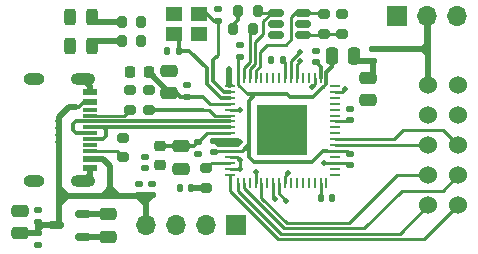
<source format=gbr>
%TF.GenerationSoftware,KiCad,Pcbnew,7.0.7*%
%TF.CreationDate,2024-02-11T21:42:05-08:00*%
%TF.ProjectId,PGL_FTDI_Prog,50474c5f-4654-4444-995f-50726f672e6b,rev?*%
%TF.SameCoordinates,Original*%
%TF.FileFunction,Copper,L1,Top*%
%TF.FilePolarity,Positive*%
%FSLAX46Y46*%
G04 Gerber Fmt 4.6, Leading zero omitted, Abs format (unit mm)*
G04 Created by KiCad (PCBNEW 7.0.7) date 2024-02-11 21:42:05*
%MOMM*%
%LPD*%
G01*
G04 APERTURE LIST*
G04 Aperture macros list*
%AMRoundRect*
0 Rectangle with rounded corners*
0 $1 Rounding radius*
0 $2 $3 $4 $5 $6 $7 $8 $9 X,Y pos of 4 corners*
0 Add a 4 corners polygon primitive as box body*
4,1,4,$2,$3,$4,$5,$6,$7,$8,$9,$2,$3,0*
0 Add four circle primitives for the rounded corners*
1,1,$1+$1,$2,$3*
1,1,$1+$1,$4,$5*
1,1,$1+$1,$6,$7*
1,1,$1+$1,$8,$9*
0 Add four rect primitives between the rounded corners*
20,1,$1+$1,$2,$3,$4,$5,0*
20,1,$1+$1,$4,$5,$6,$7,0*
20,1,$1+$1,$6,$7,$8,$9,0*
20,1,$1+$1,$8,$9,$2,$3,0*%
G04 Aperture macros list end*
%TA.AperFunction,SMDPad,CuDef*%
%ADD10RoundRect,0.140000X-0.170000X0.140000X-0.170000X-0.140000X0.170000X-0.140000X0.170000X0.140000X0*%
%TD*%
%TA.AperFunction,SMDPad,CuDef*%
%ADD11RoundRect,0.250000X-0.475000X0.250000X-0.475000X-0.250000X0.475000X-0.250000X0.475000X0.250000X0*%
%TD*%
%TA.AperFunction,SMDPad,CuDef*%
%ADD12RoundRect,0.140000X0.170000X-0.140000X0.170000X0.140000X-0.170000X0.140000X-0.170000X-0.140000X0*%
%TD*%
%TA.AperFunction,SMDPad,CuDef*%
%ADD13RoundRect,0.243750X0.243750X0.456250X-0.243750X0.456250X-0.243750X-0.456250X0.243750X-0.456250X0*%
%TD*%
%TA.AperFunction,SMDPad,CuDef*%
%ADD14RoundRect,0.200000X-0.275000X0.200000X-0.275000X-0.200000X0.275000X-0.200000X0.275000X0.200000X0*%
%TD*%
%TA.AperFunction,SMDPad,CuDef*%
%ADD15RoundRect,0.062500X-0.337500X-0.062500X0.337500X-0.062500X0.337500X0.062500X-0.337500X0.062500X0*%
%TD*%
%TA.AperFunction,SMDPad,CuDef*%
%ADD16RoundRect,0.062500X-0.062500X-0.337500X0.062500X-0.337500X0.062500X0.337500X-0.062500X0.337500X0*%
%TD*%
%TA.AperFunction,SMDPad,CuDef*%
%ADD17R,4.350000X4.350000*%
%TD*%
%TA.AperFunction,SMDPad,CuDef*%
%ADD18RoundRect,0.200000X0.275000X-0.200000X0.275000X0.200000X-0.275000X0.200000X-0.275000X-0.200000X0*%
%TD*%
%TA.AperFunction,SMDPad,CuDef*%
%ADD19RoundRect,0.200000X0.200000X0.275000X-0.200000X0.275000X-0.200000X-0.275000X0.200000X-0.275000X0*%
%TD*%
%TA.AperFunction,SMDPad,CuDef*%
%ADD20RoundRect,0.218750X0.218750X0.256250X-0.218750X0.256250X-0.218750X-0.256250X0.218750X-0.256250X0*%
%TD*%
%TA.AperFunction,SMDPad,CuDef*%
%ADD21RoundRect,0.200000X-0.200000X-0.275000X0.200000X-0.275000X0.200000X0.275000X-0.200000X0.275000X0*%
%TD*%
%TA.AperFunction,SMDPad,CuDef*%
%ADD22RoundRect,0.140000X-0.140000X-0.170000X0.140000X-0.170000X0.140000X0.170000X-0.140000X0.170000X0*%
%TD*%
%TA.AperFunction,SMDPad,CuDef*%
%ADD23RoundRect,0.140000X0.140000X0.170000X-0.140000X0.170000X-0.140000X-0.170000X0.140000X-0.170000X0*%
%TD*%
%TA.AperFunction,ComponentPad*%
%ADD24C,1.524000*%
%TD*%
%TA.AperFunction,ComponentPad*%
%ADD25R,1.700000X1.700000*%
%TD*%
%TA.AperFunction,ComponentPad*%
%ADD26O,1.700000X1.700000*%
%TD*%
%TA.AperFunction,SMDPad,CuDef*%
%ADD27RoundRect,0.250000X0.475000X-0.250000X0.475000X0.250000X-0.475000X0.250000X-0.475000X-0.250000X0*%
%TD*%
%TA.AperFunction,SMDPad,CuDef*%
%ADD28R,1.400000X1.200000*%
%TD*%
%TA.AperFunction,SMDPad,CuDef*%
%ADD29RoundRect,0.218750X-0.256250X0.218750X-0.256250X-0.218750X0.256250X-0.218750X0.256250X0.218750X0*%
%TD*%
%TA.AperFunction,SMDPad,CuDef*%
%ADD30RoundRect,0.250000X-0.250000X-0.475000X0.250000X-0.475000X0.250000X0.475000X-0.250000X0.475000X0*%
%TD*%
%TA.AperFunction,SMDPad,CuDef*%
%ADD31RoundRect,0.150000X0.512500X0.150000X-0.512500X0.150000X-0.512500X-0.150000X0.512500X-0.150000X0*%
%TD*%
%TA.AperFunction,SMDPad,CuDef*%
%ADD32R,1.150000X0.600000*%
%TD*%
%TA.AperFunction,SMDPad,CuDef*%
%ADD33R,1.150000X0.300000*%
%TD*%
%TA.AperFunction,ComponentPad*%
%ADD34O,2.100000X1.000000*%
%TD*%
%TA.AperFunction,ComponentPad*%
%ADD35O,1.800000X1.000000*%
%TD*%
%TA.AperFunction,ViaPad*%
%ADD36C,0.500000*%
%TD*%
%TA.AperFunction,Conductor*%
%ADD37C,0.500000*%
%TD*%
%TA.AperFunction,Conductor*%
%ADD38C,0.250000*%
%TD*%
%TA.AperFunction,Conductor*%
%ADD39C,0.300000*%
%TD*%
%TA.AperFunction,Conductor*%
%ADD40C,0.350000*%
%TD*%
G04 APERTURE END LIST*
D10*
%TO.P,C9,1*%
%TO.N,+5V*%
X69800000Y-69220000D03*
%TO.P,C9,2*%
%TO.N,GND*%
X69800000Y-70180000D03*
%TD*%
D11*
%TO.P,C13,1*%
%TO.N,Net-(U5-VPLL)*%
X81850000Y-61850000D03*
%TO.P,C13,2*%
%TO.N,GND*%
X81850000Y-63750000D03*
%TD*%
D12*
%TO.P,C1,1*%
%TO.N,+3V3*%
X78800000Y-63680000D03*
%TO.P,C1,2*%
%TO.N,GND*%
X78800000Y-62720000D03*
%TD*%
D13*
%TO.P,D2,1,K*%
%TO.N,Net-(D2-K)*%
X74387500Y-50950000D03*
%TO.P,D2,2,A*%
%TO.N,+3V3*%
X72512500Y-50950000D03*
%TD*%
D12*
%TO.P,C26,1*%
%TO.N,+3V3*%
X93300000Y-54760000D03*
%TO.P,C26,2*%
%TO.N,GND*%
X93300000Y-53800000D03*
%TD*%
D10*
%TO.P,C2,1*%
%TO.N,Net-(J1-Pin_2)*%
X98100000Y-53640000D03*
%TO.P,C2,2*%
%TO.N,GND*%
X98100000Y-54600000D03*
%TD*%
D14*
%TO.P,R6,1*%
%TO.N,Net-(U5-~{RESET})*%
X84000000Y-63725000D03*
%TO.P,R6,2*%
%TO.N,+3V3*%
X84000000Y-65375000D03*
%TD*%
%TO.P,R8,1*%
%TO.N,GND*%
X76950000Y-61125000D03*
%TO.P,R8,2*%
%TO.N,/USB_VCONN*%
X76950000Y-62775000D03*
%TD*%
D15*
%TO.P,U5,1,GND*%
%TO.N,GND*%
X86000000Y-56750000D03*
%TO.P,U5,2,OSCI*%
%TO.N,/XIN*%
X86000000Y-57250000D03*
%TO.P,U5,3,OSCO*%
%TO.N,/XOUT*%
X86000000Y-57750000D03*
%TO.P,U5,4,VPHY*%
%TO.N,Net-(U5-VPHY)*%
X86000000Y-58250000D03*
%TO.P,U5,5,GND*%
%TO.N,GND*%
X86000000Y-58750000D03*
%TO.P,U5,6,REF*%
%TO.N,Net-(U5-REF)*%
X86000000Y-59250000D03*
%TO.P,U5,7,DM*%
%TO.N,/USB_D-*%
X86000000Y-59750000D03*
%TO.P,U5,8,DP*%
%TO.N,/USB_D+*%
X86000000Y-60250000D03*
%TO.P,U5,9,VPLL*%
%TO.N,Net-(U5-VPLL)*%
X86000000Y-60750000D03*
%TO.P,U5,10,AGND*%
%TO.N,GND*%
X86000000Y-61250000D03*
%TO.P,U5,11,GND*%
X86000000Y-61750000D03*
%TO.P,U5,12,VCORE*%
%TO.N,+1V8*%
X86000000Y-62250000D03*
%TO.P,U5,13,TEST*%
%TO.N,GND*%
X86000000Y-62750000D03*
%TO.P,U5,14,~{RESET}*%
%TO.N,Net-(U5-~{RESET})*%
X86000000Y-63250000D03*
%TO.P,U5,15,GND*%
%TO.N,GND*%
X86000000Y-63750000D03*
%TO.P,U5,16,ADBUS0*%
%TO.N,/FLASH_SCK*%
X86000000Y-64250000D03*
D16*
%TO.P,U5,17,ADBUS1*%
%TO.N,/FLASH_MOSI*%
X86700000Y-64950000D03*
%TO.P,U5,18,ADBUS2*%
%TO.N,/FLASH_MISO*%
X87200000Y-64950000D03*
%TO.P,U5,19,ADBUS3*%
%TO.N,unconnected-(U5-ADBUS3-Pad19)*%
X87700000Y-64950000D03*
%TO.P,U5,20,VCCIO*%
%TO.N,+3V3*%
X88200000Y-64950000D03*
%TO.P,U5,21,ADBUS4*%
%TO.N,/FLASH_CS*%
X88700000Y-64950000D03*
%TO.P,U5,22,ADBUS5*%
%TO.N,unconnected-(U5-ADBUS5-Pad22)*%
X89200000Y-64950000D03*
%TO.P,U5,23,ADBUS6*%
%TO.N,/UP5K_CDONE*%
X89700000Y-64950000D03*
%TO.P,U5,24,ADBUS7*%
%TO.N,/UP5K_CRESET*%
X90200000Y-64950000D03*
%TO.P,U5,25,GND*%
%TO.N,GND*%
X90700000Y-64950000D03*
%TO.P,U5,26,ACBUS0*%
%TO.N,unconnected-(U5-ACBUS0-Pad26)*%
X91200000Y-64950000D03*
%TO.P,U5,27,ACBUS1*%
%TO.N,unconnected-(U5-ACBUS1-Pad27)*%
X91700000Y-64950000D03*
%TO.P,U5,28,ACBUS2*%
%TO.N,unconnected-(U5-ACBUS2-Pad28)*%
X92200000Y-64950000D03*
%TO.P,U5,29,ACBUS3*%
%TO.N,unconnected-(U5-ACBUS3-Pad29)*%
X92700000Y-64950000D03*
%TO.P,U5,30,ACBUS4*%
%TO.N,unconnected-(U5-ACBUS4-Pad30)*%
X93200000Y-64950000D03*
%TO.P,U5,31,VCCIO*%
%TO.N,+3V3*%
X93700000Y-64950000D03*
%TO.P,U5,32,ACBUS5*%
%TO.N,unconnected-(U5-ACBUS5-Pad32)*%
X94200000Y-64950000D03*
D15*
%TO.P,U5,33,ACBUS6*%
%TO.N,unconnected-(U5-ACBUS6-Pad33)*%
X94900000Y-64250000D03*
%TO.P,U5,34,ACBUS7*%
%TO.N,unconnected-(U5-ACBUS7-Pad34)*%
X94900000Y-63750000D03*
%TO.P,U5,35,GND*%
%TO.N,GND*%
X94900000Y-63250000D03*
%TO.P,U5,36,~{SUSPEND}*%
%TO.N,unconnected-(U5-~{SUSPEND}-Pad36)*%
X94900000Y-62750000D03*
%TO.P,U5,37,VCORE*%
%TO.N,+1V8*%
X94900000Y-62250000D03*
%TO.P,U5,38,BDBUS0*%
%TO.N,/UP5K_UART_RX*%
X94900000Y-61750000D03*
%TO.P,U5,39,BDBUS1*%
%TO.N,/UP5K_UART_TX*%
X94900000Y-61250000D03*
%TO.P,U5,40,BDBUS2*%
%TO.N,/UP5K_UART_RTS*%
X94900000Y-60750000D03*
%TO.P,U5,41,BDBUS3*%
%TO.N,/UP5K_UART_CTS*%
X94900000Y-60250000D03*
%TO.P,U5,42,VCCIO*%
%TO.N,+3V3*%
X94900000Y-59750000D03*
%TO.P,U5,43,BDBUS4*%
%TO.N,/UP5K_UART_DTR*%
X94900000Y-59250000D03*
%TO.P,U5,44,BDBUS5*%
%TO.N,/UP5K_UART_DSR*%
X94900000Y-58750000D03*
%TO.P,U5,45,BDBUS6*%
%TO.N,/UP5K_UART_DCD*%
X94900000Y-58250000D03*
%TO.P,U5,46,BDBUS7*%
%TO.N,unconnected-(U5-BDBUS7-Pad46)*%
X94900000Y-57750000D03*
%TO.P,U5,47,GND*%
%TO.N,GND*%
X94900000Y-57250000D03*
%TO.P,U5,48,BCBUS0*%
%TO.N,unconnected-(U5-BCBUS0-Pad48)*%
X94900000Y-56750000D03*
D16*
%TO.P,U5,49,VREGOUT*%
%TO.N,+1V8*%
X94200000Y-56050000D03*
%TO.P,U5,50,VREGIN*%
%TO.N,+3V3*%
X93700000Y-56050000D03*
%TO.P,U5,51,GND*%
%TO.N,GND*%
X93200000Y-56050000D03*
%TO.P,U5,52,BCBUS1*%
%TO.N,unconnected-(U5-BCBUS1-Pad52)*%
X92700000Y-56050000D03*
%TO.P,U5,53,BCBUS2*%
%TO.N,unconnected-(U5-BCBUS2-Pad53)*%
X92200000Y-56050000D03*
%TO.P,U5,54,BCBUS3*%
%TO.N,Net-(U5-BCBUS3)*%
X91700000Y-56050000D03*
%TO.P,U5,55,BCBUS4*%
%TO.N,Net-(U5-BCBUS4)*%
X91200000Y-56050000D03*
%TO.P,U5,56,VCCIO*%
%TO.N,+3V3*%
X90700000Y-56050000D03*
%TO.P,U5,57,BCBUS5*%
%TO.N,unconnected-(U5-BCBUS5-Pad57)*%
X90200000Y-56050000D03*
%TO.P,U5,58,BCBUS6*%
%TO.N,unconnected-(U5-BCBUS6-Pad58)*%
X89700000Y-56050000D03*
%TO.P,U5,59,BCBUS7*%
%TO.N,unconnected-(U5-BCBUS7-Pad59)*%
X89200000Y-56050000D03*
%TO.P,U5,60,~{PWREN}*%
%TO.N,unconnected-(U5-~{PWREN}-Pad60)*%
X88700000Y-56050000D03*
%TO.P,U5,61,EEDATA*%
%TO.N,/EEPROM_SPI_DI*%
X88200000Y-56050000D03*
%TO.P,U5,62,EECLK*%
%TO.N,/EEPROM_SPI_CLK*%
X87700000Y-56050000D03*
%TO.P,U5,63,EECS*%
%TO.N,/EEPROM_SPI_CS*%
X87200000Y-56050000D03*
%TO.P,U5,64,VCORE*%
%TO.N,+1V8*%
X86700000Y-56050000D03*
D17*
%TO.P,U5,65,GND*%
%TO.N,GND*%
X90450000Y-60500000D03*
%TD*%
D11*
%TO.P,C27,1*%
%TO.N,+3V3*%
X75700000Y-67600000D03*
%TO.P,C27,2*%
%TO.N,GND*%
X75700000Y-69500000D03*
%TD*%
D18*
%TO.P,R2,1*%
%TO.N,/EEPROM_SPI_DO*%
X94000000Y-52325000D03*
%TO.P,R2,2*%
%TO.N,/EEPROM_SPI_DI*%
X94000000Y-50675000D03*
%TD*%
D19*
%TO.P,R5,1*%
%TO.N,/EEPROM_SPI_CLK*%
X88400000Y-50400000D03*
%TO.P,R5,2*%
%TO.N,+3V3*%
X86750000Y-50400000D03*
%TD*%
D20*
%TO.P,FB1,1*%
%TO.N,Net-(U5-VPHY)*%
X79137500Y-55600000D03*
%TO.P,FB1,2*%
%TO.N,+3V3*%
X77562500Y-55600000D03*
%TD*%
D12*
%TO.P,C4,1*%
%TO.N,+1V8*%
X84650000Y-62380000D03*
%TO.P,C4,2*%
%TO.N,GND*%
X84650000Y-61420000D03*
%TD*%
D21*
%TO.P,R11,1*%
%TO.N,Net-(D2-K)*%
X76875000Y-51350000D03*
%TO.P,R11,2*%
%TO.N,Net-(U5-BCBUS4)*%
X78525000Y-51350000D03*
%TD*%
D22*
%TO.P,C19,1*%
%TO.N,+3V3*%
X93700000Y-66250000D03*
%TO.P,C19,2*%
%TO.N,GND*%
X94660000Y-66250000D03*
%TD*%
D23*
%TO.P,C16,1*%
%TO.N,+3V3*%
X90480000Y-54550000D03*
%TO.P,C16,2*%
%TO.N,GND*%
X89520000Y-54550000D03*
%TD*%
D13*
%TO.P,D3,1,K*%
%TO.N,Net-(D3-K)*%
X74387500Y-53350000D03*
%TO.P,D3,2,A*%
%TO.N,+3V3*%
X72512500Y-53350000D03*
%TD*%
D24*
%TO.P,U7,1,5V*%
%TO.N,Net-(J1-Pin_2)*%
X102810000Y-56690000D03*
%TO.P,U7,2,CDONE*%
%TO.N,/UP5K_CDONE*%
X105350000Y-56690000D03*
%TO.P,U7,3,~{CRESET}*%
%TO.N,/UP5K_CRESET*%
X102810000Y-59230000D03*
%TO.P,U7,4,GND*%
%TO.N,GND*%
X105350000Y-59230000D03*
%TO.P,U7,5,UA_RX*%
%TO.N,/UP5K_UART_RX*%
X102810000Y-61770000D03*
%TO.P,U7,6,UA_TX*%
%TO.N,/UP5K_UART_TX*%
X105350000Y-61770000D03*
%TO.P,U7,7,~{F_CS}*%
%TO.N,/FLASH_CS*%
X102810000Y-64310000D03*
%TO.P,U7,8,F_MISO*%
%TO.N,/FLASH_MISO*%
X105350000Y-64310000D03*
%TO.P,U7,9,F_MOSI*%
%TO.N,/FLASH_MOSI*%
X102810000Y-66850000D03*
%TO.P,U7,10,F_SCK*%
%TO.N,/FLASH_SCK*%
X105350000Y-66850000D03*
%TD*%
D12*
%TO.P,C22,1*%
%TO.N,/XIN*%
X85000000Y-51230000D03*
%TO.P,C22,2*%
%TO.N,GND*%
X85000000Y-50270000D03*
%TD*%
D25*
%TO.P,J1,1,Pin_1*%
%TO.N,+5V*%
X100160000Y-50850000D03*
D26*
%TO.P,J1,2,Pin_2*%
%TO.N,Net-(J1-Pin_2)*%
X102700000Y-50850000D03*
%TO.P,J1,3,Pin_3*%
%TO.N,+3V3*%
X105240000Y-50850000D03*
%TD*%
D19*
%TO.P,R1,1*%
%TO.N,/EEPROM_SPI_CS*%
X87975000Y-51950000D03*
%TO.P,R1,2*%
%TO.N,+3V3*%
X86325000Y-51950000D03*
%TD*%
D12*
%TO.P,C24,1*%
%TO.N,+5V*%
X79400000Y-65980000D03*
%TO.P,C24,2*%
%TO.N,GND*%
X79400000Y-65020000D03*
%TD*%
%TO.P,C5,1*%
%TO.N,Net-(U5-VPHY)*%
X82400000Y-57655000D03*
%TO.P,C5,2*%
%TO.N,GND*%
X82400000Y-56695000D03*
%TD*%
D10*
%TO.P,C10,1*%
%TO.N,+1V8*%
X96200000Y-62520000D03*
%TO.P,C10,2*%
%TO.N,GND*%
X96200000Y-63480000D03*
%TD*%
D27*
%TO.P,C11,1*%
%TO.N,+5V*%
X68250000Y-69200000D03*
%TO.P,C11,2*%
%TO.N,GND*%
X68250000Y-67300000D03*
%TD*%
D14*
%TO.P,R7,1*%
%TO.N,GND*%
X77600000Y-57100000D03*
%TO.P,R7,2*%
%TO.N,/USB_CC*%
X77600000Y-58750000D03*
%TD*%
D10*
%TO.P,C12,1*%
%TO.N,Net-(U5-VPLL)*%
X83350000Y-61520000D03*
%TO.P,C12,2*%
%TO.N,GND*%
X83350000Y-62480000D03*
%TD*%
D12*
%TO.P,C6,1*%
%TO.N,+5V*%
X78350000Y-65980000D03*
%TO.P,C6,2*%
%TO.N,GND*%
X78350000Y-65020000D03*
%TD*%
D28*
%TO.P,Y1,1,1*%
%TO.N,/XIN*%
X83450000Y-50650000D03*
%TO.P,Y1,2,2*%
%TO.N,GND*%
X81250000Y-50650000D03*
%TO.P,Y1,3,3*%
%TO.N,/XOUT*%
X81250000Y-52350000D03*
%TO.P,Y1,4,4*%
%TO.N,GND*%
X83450000Y-52350000D03*
%TD*%
D12*
%TO.P,C18,1*%
%TO.N,+3V3*%
X96200000Y-59630000D03*
%TO.P,C18,2*%
%TO.N,GND*%
X96200000Y-58670000D03*
%TD*%
D29*
%TO.P,FB2,1*%
%TO.N,Net-(U5-VPLL)*%
X80100000Y-61850000D03*
%TO.P,FB2,2*%
%TO.N,+3V3*%
X80100000Y-63425000D03*
%TD*%
D23*
%TO.P,C23,1*%
%TO.N,/XOUT*%
X81680000Y-53750000D03*
%TO.P,C23,2*%
%TO.N,GND*%
X80720000Y-53750000D03*
%TD*%
D12*
%TO.P,C14,1*%
%TO.N,+5V*%
X69800000Y-68230000D03*
%TO.P,C14,2*%
%TO.N,GND*%
X69800000Y-67270000D03*
%TD*%
D30*
%TO.P,C7,1*%
%TO.N,+1V8*%
X94650000Y-54200000D03*
%TO.P,C7,2*%
%TO.N,GND*%
X96550000Y-54200000D03*
%TD*%
D18*
%TO.P,R3,1*%
%TO.N,/EEPROM_SPI_DO*%
X95550000Y-52325000D03*
%TO.P,R3,2*%
%TO.N,+3V3*%
X95550000Y-50675000D03*
%TD*%
D27*
%TO.P,C17,1*%
%TO.N,+3V3*%
X97700000Y-57950000D03*
%TO.P,C17,2*%
%TO.N,GND*%
X97700000Y-56050000D03*
%TD*%
D12*
%TO.P,C15,1*%
%TO.N,+1V8*%
X86850000Y-54280000D03*
%TO.P,C15,2*%
%TO.N,GND*%
X86850000Y-53320000D03*
%TD*%
D31*
%TO.P,U1,1,GND*%
%TO.N,GND*%
X73575000Y-69500000D03*
%TO.P,U1,2,VO*%
%TO.N,+3V3*%
X73575000Y-67600000D03*
%TO.P,U1,3,VI*%
%TO.N,+5V*%
X71300000Y-68550000D03*
%TD*%
D32*
%TO.P,P1,A1,GND*%
%TO.N,GND*%
X74180000Y-57300000D03*
%TO.P,P1,A4,VBUS*%
%TO.N,+5V*%
X74180000Y-58100000D03*
D33*
%TO.P,P1,A5,CC*%
%TO.N,/USB_CC*%
X74180000Y-59250000D03*
%TO.P,P1,A6,D+*%
%TO.N,/USB_D+*%
X74180000Y-60250000D03*
%TO.P,P1,A7,D-*%
%TO.N,/USB_D-*%
X74180000Y-60750000D03*
%TO.P,P1,A8*%
%TO.N,N/C*%
X74180000Y-61750000D03*
D32*
%TO.P,P1,A9,VBUS*%
%TO.N,+5V*%
X74180000Y-62900000D03*
%TO.P,P1,A12,GND*%
%TO.N,GND*%
X74180000Y-63700000D03*
%TO.P,P1,B1,GND*%
X74180000Y-63700000D03*
%TO.P,P1,B4,VBUS*%
%TO.N,+5V*%
X74180000Y-62900000D03*
D33*
%TO.P,P1,B5,VCONN*%
%TO.N,/USB_VCONN*%
X74180000Y-62250000D03*
%TO.P,P1,B6*%
%TO.N,N/C*%
X74180000Y-61250000D03*
%TO.P,P1,B7*%
X74180000Y-59750000D03*
%TO.P,P1,B8*%
X74180000Y-58750000D03*
D32*
%TO.P,P1,B9,VBUS*%
%TO.N,+5V*%
X74180000Y-58100000D03*
%TO.P,P1,B12,GND*%
%TO.N,GND*%
X74180000Y-57300000D03*
D34*
%TO.P,P1,S1,SHIELD*%
X73605000Y-56180000D03*
D35*
X69425000Y-56180000D03*
D34*
X73605000Y-64820000D03*
D35*
X69425000Y-64820000D03*
%TD*%
D27*
%TO.P,C8,1*%
%TO.N,Net-(U5-VPHY)*%
X80900000Y-57375000D03*
%TO.P,C8,2*%
%TO.N,GND*%
X80900000Y-55475000D03*
%TD*%
D21*
%TO.P,R14,1*%
%TO.N,Net-(D3-K)*%
X76875000Y-52950000D03*
%TO.P,R14,2*%
%TO.N,Net-(U5-BCBUS3)*%
X78525000Y-52950000D03*
%TD*%
D23*
%TO.P,C25,1*%
%TO.N,+3V3*%
X82730000Y-65350000D03*
%TO.P,C25,2*%
%TO.N,GND*%
X81770000Y-65350000D03*
%TD*%
D25*
%TO.P,J3,1,Pin_1*%
%TO.N,GND*%
X86520000Y-68500000D03*
D26*
%TO.P,J3,2,Pin_2*%
%TO.N,+3V3*%
X83980000Y-68500000D03*
%TO.P,J3,3,Pin_3*%
%TO.N,GND*%
X81440000Y-68500000D03*
%TO.P,J3,4,Pin_4*%
%TO.N,+5V*%
X78900000Y-68500000D03*
%TD*%
D14*
%TO.P,R4,1*%
%TO.N,GND*%
X79150000Y-57100000D03*
%TO.P,R4,2*%
%TO.N,Net-(U5-REF)*%
X79150000Y-58750000D03*
%TD*%
D31*
%TO.P,U4,1,DO*%
%TO.N,/EEPROM_SPI_DO*%
X92237500Y-52450000D03*
%TO.P,U4,2,GND*%
%TO.N,GND*%
X92237500Y-51500000D03*
%TO.P,U4,3,DI*%
%TO.N,/EEPROM_SPI_DI*%
X92237500Y-50550000D03*
%TO.P,U4,4,CLK*%
%TO.N,/EEPROM_SPI_CLK*%
X89962500Y-50550000D03*
%TO.P,U4,5,CS*%
%TO.N,/EEPROM_SPI_CS*%
X89962500Y-51500000D03*
%TO.P,U4,6,VCC*%
%TO.N,+3V3*%
X89962500Y-52450000D03*
%TD*%
D36*
%TO.N,+3V3*%
X73575000Y-67600000D03*
X75700000Y-67600000D03*
X95550000Y-50675000D03*
X77562500Y-55600000D03*
X72512500Y-53350000D03*
X84000000Y-65375000D03*
X93700000Y-66250000D03*
X88200000Y-64000000D03*
X93300000Y-54760000D03*
X80100000Y-63425000D03*
X89962500Y-52450000D03*
X72512500Y-50950000D03*
X97700000Y-57950000D03*
X96200000Y-59630000D03*
X86750000Y-50400000D03*
X82730000Y-65350000D03*
X78800000Y-63680000D03*
X90480000Y-54550000D03*
%TO.N,GND*%
X81850000Y-63750000D03*
X79150000Y-57100000D03*
X95750000Y-57000000D03*
X86850000Y-53320000D03*
X93017970Y-56831211D03*
X83450000Y-52350000D03*
X77600000Y-57100000D03*
X82400000Y-56695000D03*
X86850000Y-63750000D03*
X88800000Y-61100000D03*
X85950000Y-55300000D03*
X91000000Y-60300000D03*
X91300000Y-61900000D03*
X78800000Y-62720000D03*
X86900000Y-58750000D03*
X90945139Y-64138009D03*
X89500000Y-59000000D03*
X69800000Y-70180000D03*
X94660000Y-66250000D03*
X76950000Y-61125000D03*
X80900000Y-55475000D03*
X89900000Y-62000000D03*
X96550000Y-54200000D03*
X75700000Y-69500000D03*
X85000000Y-50270000D03*
X89520000Y-54550000D03*
X86850000Y-63000000D03*
X69800000Y-67270000D03*
X92200000Y-60900000D03*
X93950000Y-63250000D03*
X89300000Y-61600000D03*
X90500000Y-60600000D03*
X90600000Y-59800000D03*
X96200000Y-58670000D03*
X93300000Y-53800000D03*
X86850000Y-61500000D03*
X73575000Y-69500000D03*
X84650000Y-61420000D03*
X97700000Y-56050000D03*
X78350000Y-65020000D03*
X81770000Y-65350000D03*
X90600000Y-62000000D03*
X96200000Y-63480000D03*
X91700000Y-59000000D03*
X79400000Y-65020000D03*
X92237500Y-51500000D03*
X91800000Y-61400000D03*
X80720000Y-53750000D03*
X81250000Y-50650000D03*
X68250000Y-67300000D03*
X83350000Y-62480000D03*
%TO.N,+5V*%
X71500000Y-60300000D03*
X71500000Y-61500000D03*
X71500000Y-60900000D03*
X71500000Y-59700000D03*
%TO.N,Net-(U5-BCBUS4)*%
X78525000Y-51350000D03*
X91950000Y-53850000D03*
%TO.N,Net-(U5-BCBUS3)*%
X78525000Y-52950000D03*
X92000000Y-54650000D03*
%TO.N,/UP5K_CDONE*%
X89850000Y-66350000D03*
%TO.N,/UP5K_CRESET*%
X90750000Y-66450000D03*
%TO.N,/EEPROM_SPI_CS*%
X89962500Y-51500000D03*
X87975000Y-51950000D03*
%TD*%
D37*
%TO.N,Net-(J1-Pin_2)*%
X102700000Y-53980000D02*
X102700000Y-53300000D01*
X102700000Y-53300000D02*
X102700000Y-50850000D01*
X102360000Y-53640000D02*
X102700000Y-53300000D01*
X102810000Y-56690000D02*
X102810000Y-50960000D01*
X102810000Y-50960000D02*
X102700000Y-50850000D01*
X102810000Y-56690000D02*
X102810000Y-54090000D01*
D38*
%TO.N,/FLASH_SCK*%
X86000000Y-64250000D02*
X86000000Y-65600000D01*
X86000000Y-65600000D02*
X90100000Y-69700000D01*
X90100000Y-69700000D02*
X102500000Y-69700000D01*
X102500000Y-69700000D02*
X105350000Y-66850000D01*
%TO.N,/FLASH_MOSI*%
X86700000Y-64950000D02*
X86700000Y-65600000D01*
X86700000Y-65600000D02*
X90350000Y-69250000D01*
X90350000Y-69250000D02*
X100410000Y-69250000D01*
X100410000Y-69250000D02*
X102810000Y-66850000D01*
%TO.N,/FLASH_MISO*%
X87200000Y-64950000D02*
X87200000Y-65400000D01*
X87200000Y-65400000D02*
X90600000Y-68800000D01*
X90600000Y-68800000D02*
X97400000Y-68800000D01*
X97400000Y-68800000D02*
X100600000Y-65600000D01*
X100600000Y-65600000D02*
X104060000Y-65600000D01*
X104060000Y-65600000D02*
X105350000Y-64310000D01*
%TO.N,/FLASH_CS*%
X88700000Y-64950000D02*
X88700000Y-66200000D01*
X88700000Y-66200000D02*
X90850000Y-68350000D01*
X90850000Y-68350000D02*
X96150000Y-68350000D01*
X96150000Y-68350000D02*
X100190000Y-64310000D01*
X100190000Y-64310000D02*
X102810000Y-64310000D01*
D37*
%TO.N,Net-(J1-Pin_2)*%
X102810000Y-54090000D02*
X102700000Y-53980000D01*
D39*
%TO.N,+3V3*%
X93700000Y-55160000D02*
X93300000Y-54760000D01*
D37*
X82755000Y-65375000D02*
X82730000Y-65350000D01*
X84000000Y-65375000D02*
X82755000Y-65375000D01*
D39*
X86325000Y-51950000D02*
X86325000Y-51625000D01*
D38*
X88200000Y-64950000D02*
X88200000Y-64000000D01*
X93700000Y-64950000D02*
X93700000Y-66250000D01*
D39*
X86750000Y-51200000D02*
X86750000Y-50400000D01*
D38*
X96080000Y-59750000D02*
X96200000Y-59630000D01*
X90480000Y-54550000D02*
X90700000Y-54770000D01*
D37*
X75700000Y-67600000D02*
X73575000Y-67600000D01*
D39*
X93700000Y-56050000D02*
X93700000Y-55160000D01*
D38*
X94900000Y-59750000D02*
X96080000Y-59750000D01*
X90700000Y-54770000D02*
X90700000Y-56050000D01*
D39*
X86325000Y-51625000D02*
X86750000Y-51200000D01*
D38*
%TO.N,GND*%
X85230000Y-61500000D02*
X85065000Y-61665000D01*
D37*
X98100000Y-54600000D02*
X96950000Y-54600000D01*
D38*
X84650000Y-61420000D02*
X85920000Y-61420000D01*
X93200000Y-56600000D02*
X93000000Y-56800000D01*
X86000000Y-61250000D02*
X86000000Y-61500000D01*
D37*
X85950000Y-55300000D02*
X85950000Y-56650000D01*
D38*
X86250000Y-61500000D02*
X86000000Y-61250000D01*
X86850000Y-63750000D02*
X86850000Y-63000000D01*
X94900000Y-57250000D02*
X95500000Y-57250000D01*
X86600000Y-61750000D02*
X86850000Y-61500000D01*
X86600000Y-61250000D02*
X86850000Y-61500000D01*
D37*
X74180000Y-57300000D02*
X74180000Y-56755000D01*
D38*
X86600000Y-62750000D02*
X86000000Y-62750000D01*
D37*
X74180000Y-64245000D02*
X73605000Y-64820000D01*
D38*
X86850000Y-63750000D02*
X86000000Y-63750000D01*
X86250000Y-61500000D02*
X86000000Y-61750000D01*
X94900000Y-63250000D02*
X93950000Y-63250000D01*
X86000000Y-61500000D02*
X86000000Y-61750000D01*
D37*
X98100000Y-54600000D02*
X98100000Y-55650000D01*
D38*
X84820000Y-61250000D02*
X84650000Y-61420000D01*
X84820000Y-61420000D02*
X85065000Y-61665000D01*
X84650000Y-61420000D02*
X84980000Y-61750000D01*
X86000000Y-61500000D02*
X85230000Y-61500000D01*
X90700000Y-64383148D02*
X90945139Y-64138009D01*
X86000000Y-61750000D02*
X84980000Y-61750000D01*
X86850000Y-63000000D02*
X86600000Y-62750000D01*
D37*
X75700000Y-69500000D02*
X73575000Y-69500000D01*
D38*
X95970000Y-63250000D02*
X96200000Y-63480000D01*
X86000000Y-58750000D02*
X86900000Y-58750000D01*
D37*
X74180000Y-56755000D02*
X73605000Y-56180000D01*
D38*
X86000000Y-61250000D02*
X84820000Y-61250000D01*
D37*
X96950000Y-54600000D02*
X96550000Y-54200000D01*
D38*
X86000000Y-61750000D02*
X86600000Y-61750000D01*
X93200000Y-56050000D02*
X93200000Y-56600000D01*
X86000000Y-61250000D02*
X86600000Y-61250000D01*
X90700000Y-64950000D02*
X90700000Y-64383148D01*
X84650000Y-61420000D02*
X84820000Y-61420000D01*
D37*
X98100000Y-55650000D02*
X97700000Y-56050000D01*
D38*
X84650000Y-61420000D02*
X84650000Y-61420000D01*
X85065000Y-61665000D02*
X84980000Y-61750000D01*
X95500000Y-57250000D02*
X95750000Y-57000000D01*
X94900000Y-63250000D02*
X95970000Y-63250000D01*
D37*
X74180000Y-63700000D02*
X74180000Y-64245000D01*
D38*
X85920000Y-61420000D02*
X86000000Y-61500000D01*
X86850000Y-61500000D02*
X86250000Y-61500000D01*
D37*
X85950000Y-56650000D02*
X86000000Y-56650000D01*
%TO.N,Net-(J1-Pin_2)*%
X102360000Y-53640000D02*
X102810000Y-54090000D01*
X98100000Y-53640000D02*
X102360000Y-53640000D01*
D40*
%TO.N,+1V8*%
X93900000Y-62250000D02*
X92950000Y-63200000D01*
D39*
X94200000Y-56050000D02*
X94200000Y-56466637D01*
D40*
X87350000Y-62000000D02*
X87600000Y-62250000D01*
D39*
X93900000Y-56800000D02*
X93050000Y-57650000D01*
D38*
X87651992Y-57450000D02*
X87750000Y-57450000D01*
X84780000Y-62250000D02*
X84650000Y-62380000D01*
X94175000Y-56525000D02*
X93900000Y-56800000D01*
D39*
X90900000Y-57450000D02*
X88600000Y-57450000D01*
D38*
X86725000Y-56075000D02*
X86725000Y-56625000D01*
D39*
X94200000Y-55550000D02*
X94650000Y-55100000D01*
D38*
X86000000Y-62250000D02*
X84780000Y-62250000D01*
X87550000Y-57450000D02*
X86725000Y-56625000D01*
D39*
X94200000Y-56050000D02*
X94200000Y-55550000D01*
X93050000Y-57650000D02*
X91100000Y-57650000D01*
X88100000Y-57450000D02*
X87750000Y-57450000D01*
D40*
X87300000Y-62000000D02*
X87350000Y-62000000D01*
D39*
X88600000Y-57450000D02*
X88100000Y-57450000D01*
D38*
X94175000Y-56075000D02*
X94175000Y-56525000D01*
D40*
X92950000Y-63200000D02*
X88050000Y-63200000D01*
X87600000Y-62250000D02*
X87600000Y-61700000D01*
X88050000Y-63200000D02*
X87600000Y-62750000D01*
X88150000Y-57450000D02*
X87600000Y-58000000D01*
X88600000Y-57450000D02*
X88150000Y-57450000D01*
X87600000Y-62750000D02*
X87600000Y-62250000D01*
D38*
X94200000Y-56050000D02*
X94175000Y-56075000D01*
X95930000Y-62250000D02*
X96200000Y-62520000D01*
X86725000Y-56625000D02*
X86812500Y-56712500D01*
D40*
X87600000Y-61700000D02*
X87300000Y-62000000D01*
D38*
X88100000Y-57450000D02*
X87550000Y-57450000D01*
X86700000Y-56050000D02*
X86725000Y-56075000D01*
X94900000Y-62250000D02*
X94250000Y-62250000D01*
D39*
X94650000Y-55100000D02*
X94650000Y-54200000D01*
D40*
X94250000Y-62250000D02*
X93900000Y-62250000D01*
D38*
X86000000Y-62250000D02*
X87050000Y-62250000D01*
X86700000Y-56050000D02*
X86700000Y-54430000D01*
D40*
X87600000Y-58000000D02*
X87600000Y-61700000D01*
D39*
X91100000Y-57650000D02*
X90900000Y-57450000D01*
D38*
X87050000Y-62250000D02*
X87300000Y-62000000D01*
D39*
X94200000Y-56466637D02*
X94158318Y-56508319D01*
D38*
X94900000Y-62250000D02*
X95930000Y-62250000D01*
X86700000Y-54430000D02*
X86850000Y-54280000D01*
D40*
%TO.N,Net-(U5-VPHY)*%
X80900000Y-57375000D02*
X81525000Y-57375000D01*
X81805000Y-57655000D02*
X82400000Y-57655000D01*
D37*
X80900000Y-57375000D02*
X80900000Y-57362500D01*
X80900000Y-57362500D02*
X79137500Y-55600000D01*
D38*
X84350000Y-58250000D02*
X84100000Y-58000000D01*
D40*
X82400000Y-57655000D02*
X83755000Y-57655000D01*
X83755000Y-57655000D02*
X84100000Y-58000000D01*
X81525000Y-57375000D02*
X81805000Y-57655000D01*
D38*
X86000000Y-58250000D02*
X84350000Y-58250000D01*
D37*
%TO.N,+5V*%
X71550000Y-65300000D02*
X71550000Y-65550000D01*
X71550000Y-61550000D02*
X71550000Y-65300000D01*
X72050000Y-66050000D02*
X71550000Y-65550000D01*
X69800000Y-69220000D02*
X69800000Y-68870000D01*
X75250000Y-66050000D02*
X75900000Y-66050000D01*
X75900000Y-66050000D02*
X76550000Y-66050000D01*
X71550000Y-66750000D02*
X71550000Y-68300000D01*
X75900000Y-64500000D02*
X75900000Y-65400000D01*
X71550000Y-59650000D02*
X71500000Y-59700000D01*
X71550000Y-66050000D02*
X71550000Y-66750000D01*
X78900000Y-68500000D02*
X78900000Y-66700000D01*
D38*
X73000000Y-58500000D02*
X72900000Y-58500000D01*
D37*
X69780000Y-69200000D02*
X69800000Y-69220000D01*
X75900000Y-64900000D02*
X75900000Y-65400000D01*
X77700000Y-66050000D02*
X78280000Y-66050000D01*
X71550000Y-59350000D02*
X71550000Y-59650000D01*
X71550000Y-60950000D02*
X71550000Y-61050000D01*
X78900000Y-66480000D02*
X79400000Y-65980000D01*
X72250000Y-66050000D02*
X75250000Y-66050000D01*
X72250000Y-66050000D02*
X71550000Y-65350000D01*
X71500000Y-61500000D02*
X71550000Y-61550000D01*
X73000000Y-58500000D02*
X72400000Y-58500000D01*
X78250000Y-66050000D02*
X78900000Y-66700000D01*
X69800000Y-68230000D02*
X69800000Y-69220000D01*
X70120000Y-68550000D02*
X69800000Y-68230000D01*
X69800000Y-68870000D02*
X70120000Y-68550000D01*
D38*
X73204949Y-58500000D02*
X73000000Y-58500000D01*
D37*
X75900000Y-64500000D02*
X75900000Y-64900000D01*
X78900000Y-66700000D02*
X78900000Y-65980000D01*
X71550000Y-60850000D02*
X71500000Y-60900000D01*
X71500000Y-59700000D02*
X71550000Y-59750000D01*
X72250000Y-66050000D02*
X71550000Y-66750000D01*
X75900000Y-64900000D02*
X75900000Y-66050000D01*
X71500000Y-60300000D02*
X71550000Y-60350000D01*
D38*
X74180000Y-58100000D02*
X73604949Y-58100000D01*
D37*
X78900000Y-66700000D02*
X78900000Y-66480000D01*
X71550000Y-61050000D02*
X71550000Y-61450000D01*
X75255000Y-62900000D02*
X75900000Y-63545000D01*
X76550000Y-66050000D02*
X77700000Y-66050000D01*
X71300000Y-68550000D02*
X70120000Y-68550000D01*
X78280000Y-66050000D02*
X78350000Y-65980000D01*
D38*
X73604949Y-58100000D02*
X73204949Y-58500000D01*
D37*
X71500000Y-60900000D02*
X71550000Y-60950000D01*
X75900000Y-65400000D02*
X75250000Y-66050000D01*
X71550000Y-59750000D02*
X71550000Y-60250000D01*
X75900000Y-63545000D02*
X75900000Y-64500000D01*
X75900000Y-65400000D02*
X76550000Y-66050000D01*
X74180000Y-62900000D02*
X75255000Y-62900000D01*
X77700000Y-66050000D02*
X78250000Y-66050000D01*
X79400000Y-65980000D02*
X78900000Y-65980000D01*
X71550000Y-61450000D02*
X71500000Y-61500000D01*
X71550000Y-60350000D02*
X71550000Y-60850000D01*
X71550000Y-68300000D02*
X71300000Y-68550000D01*
X71550000Y-60250000D02*
X71500000Y-60300000D01*
X72250000Y-66050000D02*
X72050000Y-66050000D01*
X72400000Y-58500000D02*
X71550000Y-59350000D01*
X71550000Y-65550000D02*
X71550000Y-66050000D01*
X68250000Y-69200000D02*
X69780000Y-69200000D01*
X78900000Y-65980000D02*
X78350000Y-65980000D01*
X71550000Y-65350000D02*
X71550000Y-65300000D01*
X71550000Y-66050000D02*
X72250000Y-66050000D01*
D38*
%TO.N,Net-(U5-VPLL)*%
X86000000Y-60750000D02*
X84120000Y-60750000D01*
D40*
X83020000Y-61850000D02*
X83350000Y-61520000D01*
D38*
X84120000Y-60750000D02*
X83350000Y-61520000D01*
D40*
X80100000Y-61850000D02*
X83020000Y-61850000D01*
D38*
%TO.N,/XIN*%
X85000000Y-51230000D02*
X85000000Y-54150000D01*
D39*
X86000000Y-57250000D02*
X85500000Y-57250000D01*
X84680000Y-51230000D02*
X84100000Y-50650000D01*
D38*
X85000000Y-54150000D02*
X84850000Y-54300000D01*
D39*
X84100000Y-50650000D02*
X83450000Y-50650000D01*
X84600000Y-56350000D02*
X84600000Y-54550000D01*
X85000000Y-51230000D02*
X84680000Y-51230000D01*
X85500000Y-57250000D02*
X84600000Y-56350000D01*
X84600000Y-54550000D02*
X84850000Y-54300000D01*
%TO.N,/XOUT*%
X82600000Y-53750000D02*
X84100000Y-55250000D01*
X84100000Y-56557107D02*
X85292894Y-57750000D01*
X81250000Y-52350000D02*
X81680000Y-52780000D01*
X81680000Y-52780000D02*
X81680000Y-53750000D01*
X85292894Y-57750000D02*
X86000000Y-57750000D01*
X81680000Y-53750000D02*
X82600000Y-53750000D01*
X84100000Y-55250000D02*
X84100000Y-56557107D01*
D37*
%TO.N,Net-(D2-K)*%
X76875000Y-51350000D02*
X74787500Y-51350000D01*
X74787500Y-51350000D02*
X74387500Y-50950000D01*
%TO.N,Net-(D3-K)*%
X74787500Y-52950000D02*
X74387500Y-53350000D01*
X76875000Y-52950000D02*
X74787500Y-52950000D01*
D38*
%TO.N,/USB_CC*%
X77100000Y-59250000D02*
X77600000Y-58750000D01*
X74180000Y-59250000D02*
X77100000Y-59250000D01*
D39*
%TO.N,/USB_D+*%
X75250000Y-61250000D02*
X75500000Y-61000000D01*
X74180000Y-61250000D02*
X75250000Y-61250000D01*
X75500000Y-60500000D02*
X75250000Y-60250000D01*
X75250000Y-60250000D02*
X74180000Y-60250000D01*
X86000000Y-60250000D02*
X75250000Y-60250000D01*
X75500000Y-61000000D02*
X75500000Y-60500000D01*
%TO.N,/USB_D-*%
X72750000Y-60000000D02*
X73000000Y-59750000D01*
X73000000Y-60750000D02*
X72750000Y-60500000D01*
X73000000Y-59750000D02*
X74180000Y-59750000D01*
X74180000Y-60750000D02*
X73000000Y-60750000D01*
X72750000Y-60500000D02*
X72750000Y-60000000D01*
X74180000Y-59750000D02*
X86000000Y-59750000D01*
D38*
%TO.N,/USB_VCONN*%
X74180000Y-62250000D02*
X76425000Y-62250000D01*
X76425000Y-62250000D02*
X76950000Y-62775000D01*
%TO.N,/EEPROM_SPI_DO*%
X94000000Y-52325000D02*
X95550000Y-52325000D01*
X93875000Y-52450000D02*
X94000000Y-52325000D01*
X92237500Y-52450000D02*
X93875000Y-52450000D01*
%TO.N,/EEPROM_SPI_DI*%
X88200000Y-55472792D02*
X88600000Y-55072792D01*
X88600000Y-55072792D02*
X88600000Y-53850000D01*
X88600000Y-53850000D02*
X89200000Y-53250000D01*
X90750000Y-53250000D02*
X91200000Y-52800000D01*
X93875000Y-50550000D02*
X94000000Y-50675000D01*
X91550000Y-50550000D02*
X92237500Y-50550000D01*
X88200000Y-56050000D02*
X88200000Y-55472792D01*
X91200000Y-52800000D02*
X91200000Y-50900000D01*
X89200000Y-53250000D02*
X90750000Y-53250000D01*
X91200000Y-50900000D02*
X91550000Y-50550000D01*
X92237500Y-50550000D02*
X93875000Y-50550000D01*
D40*
%TO.N,Net-(U5-REF)*%
X79150000Y-58750000D02*
X83750000Y-58750000D01*
D38*
X84250000Y-58750000D02*
X84750000Y-59250000D01*
X84750000Y-59250000D02*
X86000000Y-59250000D01*
X83750000Y-58750000D02*
X84250000Y-58750000D01*
%TO.N,/EEPROM_SPI_CLK*%
X87700000Y-55336396D02*
X88150000Y-54886396D01*
X90346751Y-50550000D02*
X89962500Y-50550000D01*
X88850000Y-52350000D02*
X88850000Y-51278249D01*
X89962500Y-50550000D02*
X88550000Y-50550000D01*
X88150000Y-53050000D02*
X88850000Y-52350000D01*
X89578249Y-50550000D02*
X89962500Y-50550000D01*
X88150000Y-54886396D02*
X88150000Y-53050000D01*
X88550000Y-50550000D02*
X88400000Y-50400000D01*
X88850000Y-51278249D02*
X89578249Y-50550000D01*
X87700000Y-56050000D02*
X87700000Y-55336396D01*
%TO.N,Net-(U5-~{RESET})*%
X84475000Y-63250000D02*
X84000000Y-63725000D01*
X86000000Y-63250000D02*
X84475000Y-63250000D01*
%TO.N,Net-(U5-BCBUS4)*%
X91200000Y-54600000D02*
X91200000Y-56050000D01*
X91950000Y-53850000D02*
X91200000Y-54600000D01*
%TO.N,Net-(U5-BCBUS3)*%
X91700000Y-56050000D02*
X91700000Y-54950000D01*
X91700000Y-54950000D02*
X92000000Y-54650000D01*
%TO.N,/UP5K_CDONE*%
X89700000Y-66200000D02*
X89700000Y-64950000D01*
X89850000Y-66350000D02*
X89700000Y-66200000D01*
%TO.N,/UP5K_CRESET*%
X90200000Y-65886827D02*
X90200000Y-64950000D01*
X90750000Y-66450000D02*
X90750000Y-66436827D01*
X90750000Y-66450000D02*
X90750000Y-66400000D01*
X90750000Y-66436827D02*
X90200000Y-65886827D01*
%TO.N,/UP5K_UART_RX*%
X98250000Y-61770000D02*
X102810000Y-61770000D01*
X98230000Y-61750000D02*
X98250000Y-61770000D01*
X94900000Y-61750000D02*
X98230000Y-61750000D01*
%TO.N,/UP5K_UART_TX*%
X94900000Y-61250000D02*
X99950000Y-61250000D01*
X100700000Y-60500000D02*
X104080000Y-60500000D01*
X104080000Y-60500000D02*
X105350000Y-61770000D01*
X99950000Y-61250000D02*
X100700000Y-60500000D01*
%TO.N,/EEPROM_SPI_CS*%
X87700000Y-52225000D02*
X87700000Y-54700000D01*
X87975000Y-51950000D02*
X87700000Y-52225000D01*
X87200000Y-55200000D02*
X87200000Y-56050000D01*
X87700000Y-54700000D02*
X87200000Y-55200000D01*
%TD*%
M02*

</source>
